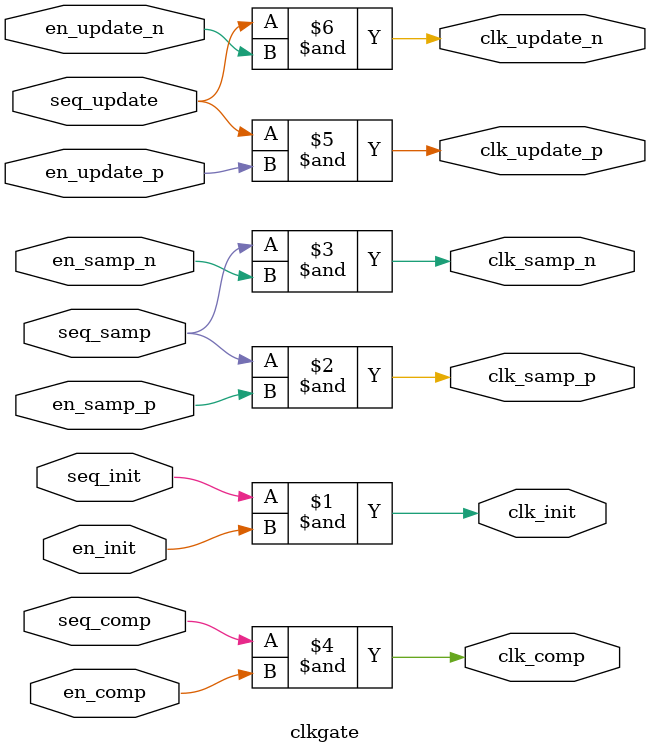
<source format=v>

module clkgate (
    // Sequencing signals
    input  wire seq_init,       // DAC initialization sequence timing
    input  wire seq_samp,       // Sampling sequence timing
    input  wire seq_comp,       // Comparator sequence timing
    input  wire seq_update,     // DAC update logic sequence timing

    // Enable control signals
    input  wire en_init,        // Enable initialization
    input  wire en_samp_p,      // Enable sampling positive side
    input  wire en_samp_n,      // Enable sampling negative side
    input  wire en_comp,        // Enable comparator
    input  wire en_update_p,     // Enable update logic positive side
    input  wire en_update_n,     // Enable update logic negative side

    // Output gated clocks
    output wire clk_init,       // Gated initialization clock
    output wire clk_samp_p,     // Gated sampling clock positive
    output wire clk_samp_n,     // Gated sampling clock negative
    output wire clk_comp,       // Gated comparator clock
    output wire clk_update_p,    // Gated update clock positive
    output wire clk_update_n     // Gated update clock negative
);

    // Generate gated clocks by ANDing sequence signals with enables
    assign clk_init = seq_init & en_init;
    assign clk_samp_p = seq_samp & en_samp_p;
    assign clk_samp_n = seq_samp & en_samp_n;
    assign clk_comp = seq_comp & en_comp;
    assign clk_update_p = seq_update & en_update_p;
    assign clk_update_n = seq_update & en_update_n;

endmodule

</source>
